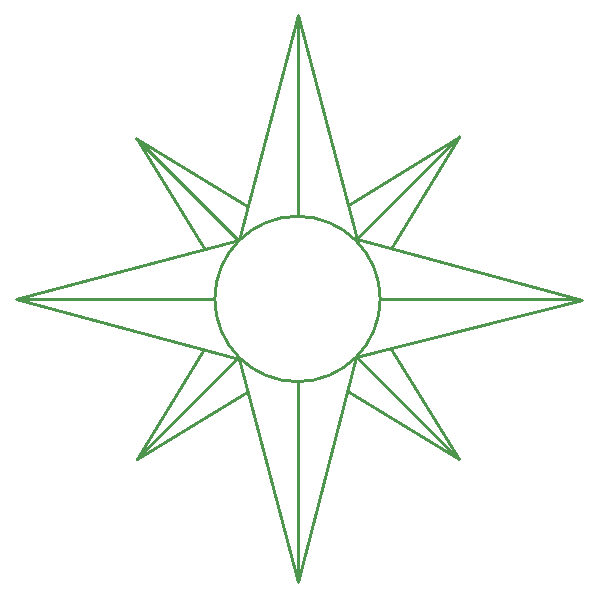
<source format=gbs>
G04*
G04 #@! TF.GenerationSoftware,Altium Limited,Altium Designer,21.8.1 (53)*
G04*
G04 Layer_Color=16711935*
%FSLAX25Y25*%
%MOIN*%
G70*
G04*
G04 #@! TF.SameCoordinates,3789A0E1-FDF3-4133-BB8B-27B6B2B3195E*
G04*
G04*
G04 #@! TF.FilePolarity,Negative*
G04*
G01*
G75*
%ADD11C,0.01000*%
G36*
X87856Y106646D02*
X87709Y106499D01*
X87294Y106498D01*
X86999Y106791D01*
X86998Y107206D01*
X87144Y107354D01*
Y107354D01*
X120750Y141142D01*
X120858Y141250D01*
X121157Y141310D01*
X121438Y141193D01*
X121607Y140940D01*
Y140788D01*
Y140739D01*
X121588Y140642D01*
X121551Y140551D01*
X121496Y140469D01*
X121461Y140434D01*
X121462D01*
X87856Y106646D01*
D02*
G37*
G36*
X194978Y107492D02*
X195125Y107346D01*
X195126Y106930D01*
X194833Y106636D01*
X194418Y106634D01*
X194270Y106781D01*
D01*
X160482Y140387D01*
X160374Y140494D01*
X160314Y140793D01*
X160431Y141075D01*
X160684Y141244D01*
X160836D01*
X160885D01*
X160982Y141225D01*
X161073Y141187D01*
X161155Y141133D01*
X161190Y141098D01*
X161190Y141098D01*
X194978Y107492D01*
D02*
G37*
G36*
X87022Y213508D02*
X86875Y213654D01*
X86874Y214070D01*
X87167Y214364D01*
X87582Y214366D01*
X87730Y214219D01*
X87730Y214219D01*
X121518Y180613D01*
X121626Y180506D01*
X121686Y180207D01*
X121570Y179925D01*
X121316Y179756D01*
X121164D01*
X121115D01*
X121018Y179775D01*
X120927Y179813D01*
X120845Y179867D01*
X120810Y179902D01*
D01*
X87022Y213508D01*
D02*
G37*
G36*
X194453Y214847D02*
X194599Y214994D01*
X195015Y214996D01*
X195309Y214703D01*
X195311Y214287D01*
X195164Y214140D01*
X195164D01*
X161558Y180352D01*
X161451Y180244D01*
X161152Y180184D01*
X160871Y180300D01*
X160701Y180553D01*
Y180705D01*
Y180755D01*
X160720Y180851D01*
X160758Y180942D01*
X160812Y181024D01*
X160847Y181059D01*
Y181059D01*
X194453Y214847D01*
D02*
G37*
D11*
X168481Y160431D02*
G03*
X168481Y160431I-27559J0D01*
G01*
X160642Y180252D02*
X235663Y160236D01*
X141000Y255000D02*
X160642Y180252D01*
X160500Y141000D02*
X235663Y160236D01*
X87500Y107000D02*
X109868Y143631D01*
X87500Y107000D02*
X124000Y129500D01*
X87376Y213863D02*
X124007Y191496D01*
X87376Y213863D02*
X109876Y177363D01*
X172441Y177863D02*
X194809Y214493D01*
X158309Y191993D02*
X194809Y214493D01*
X157993Y129504D02*
X194624Y107137D01*
X172124Y143637D02*
X194624Y107137D01*
X121500Y180000D02*
X141000Y255000D01*
X47000Y160500D02*
X121500Y140500D01*
X141000Y66000D01*
X47000Y160500D02*
X121500Y180000D01*
X140993Y132500D02*
X141000Y66000D01*
X160500Y141000D01*
X47000Y160500D02*
X113000Y160507D01*
X168481Y160493D02*
X234500Y160500D01*
X140993Y254972D02*
X141000Y188000D01*
M02*

</source>
